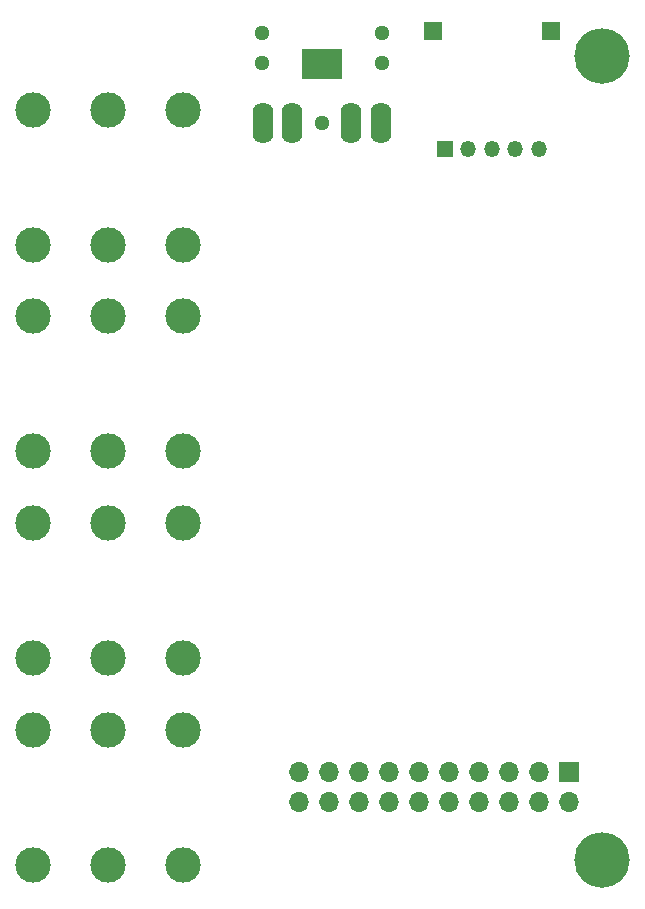
<source format=gbr>
G04 #@! TF.GenerationSoftware,KiCad,Pcbnew,5.1.7-a382d34a8~88~ubuntu18.04.1*
G04 #@! TF.CreationDate,2021-03-11T03:59:41+01:00*
G04 #@! TF.ProjectId,ZynAudioCon,5a796e41-7564-4696-9f43-6f6e2e6b6963,rev?*
G04 #@! TF.SameCoordinates,Original*
G04 #@! TF.FileFunction,Soldermask,Bot*
G04 #@! TF.FilePolarity,Negative*
%FSLAX46Y46*%
G04 Gerber Fmt 4.6, Leading zero omitted, Abs format (unit mm)*
G04 Created by KiCad (PCBNEW 5.1.7-a382d34a8~88~ubuntu18.04.1) date 2021-03-11 03:59:41*
%MOMM*%
%LPD*%
G01*
G04 APERTURE LIST*
%ADD10O,1.750000X3.500000*%
%ADD11R,3.500000X2.500000*%
%ADD12C,1.280000*%
%ADD13R,1.524000X1.524000*%
%ADD14R,1.350000X1.350000*%
%ADD15O,1.350000X1.350000*%
%ADD16C,4.700000*%
%ADD17O,1.700000X1.700000*%
%ADD18R,1.700000X1.700000*%
%ADD19C,3.000000*%
G04 APERTURE END LIST*
D10*
G04 #@! TO.C,PHONE1*
X87900000Y-57508000D03*
X82900000Y-57508000D03*
X80400000Y-57508000D03*
D11*
X85400000Y-52502000D03*
D10*
X90400000Y-57508000D03*
D12*
X90480000Y-49907000D03*
X90480000Y-52447000D03*
X80320000Y-49907000D03*
X80320000Y-52447000D03*
X85400000Y-57527000D03*
G04 #@! TD*
D13*
G04 #@! TO.C,RV1*
X104800000Y-49700000D03*
X94800000Y-49700000D03*
D14*
X95800000Y-59700000D03*
D15*
X97800000Y-59700000D03*
X99800000Y-59700000D03*
X101800000Y-59700000D03*
X103800000Y-59700000D03*
G04 #@! TD*
D16*
G04 #@! TO.C,REF\u002A\u002A*
X109160000Y-51890000D03*
G04 #@! TD*
G04 #@! TO.C,REF\u002A\u002A*
X109160000Y-119890000D03*
G04 #@! TD*
D17*
G04 #@! TO.C,J1*
X83500000Y-115030000D03*
X83500000Y-112490000D03*
X86040000Y-115030000D03*
X86040000Y-112490000D03*
X88580000Y-115030000D03*
X88580000Y-112490000D03*
X91120000Y-115030000D03*
X91120000Y-112490000D03*
X93660000Y-115030000D03*
X93660000Y-112490000D03*
X96200000Y-115030000D03*
X96200000Y-112490000D03*
X98740000Y-115030000D03*
X98740000Y-112490000D03*
X101280000Y-115030000D03*
X101280000Y-112490000D03*
X103820000Y-115030000D03*
X103820000Y-112490000D03*
X106360000Y-115030000D03*
D18*
X106360000Y-112490000D03*
G04 #@! TD*
D19*
G04 #@! TO.C,AudioIN-1*
X73660000Y-73890000D03*
X60960000Y-73890000D03*
X60960000Y-85320000D03*
X73660000Y-85320000D03*
X67310000Y-73890000D03*
X67310000Y-85320000D03*
G04 #@! TD*
G04 #@! TO.C,AudioIN-2*
X67310000Y-67820000D03*
X67310000Y-56390000D03*
X73660000Y-67820000D03*
X60960000Y-67820000D03*
X60960000Y-56390000D03*
X73660000Y-56390000D03*
G04 #@! TD*
G04 #@! TO.C,AudioOUT-1*
X67310000Y-120320000D03*
X67310000Y-108890000D03*
X73660000Y-120320000D03*
X60960000Y-120320000D03*
X60960000Y-108890000D03*
X73660000Y-108890000D03*
G04 #@! TD*
G04 #@! TO.C,AudioOUT-2*
X67310000Y-102820000D03*
X67310000Y-91390000D03*
X73660000Y-102820000D03*
X60960000Y-102820000D03*
X60960000Y-91390000D03*
X73660000Y-91390000D03*
G04 #@! TD*
M02*

</source>
